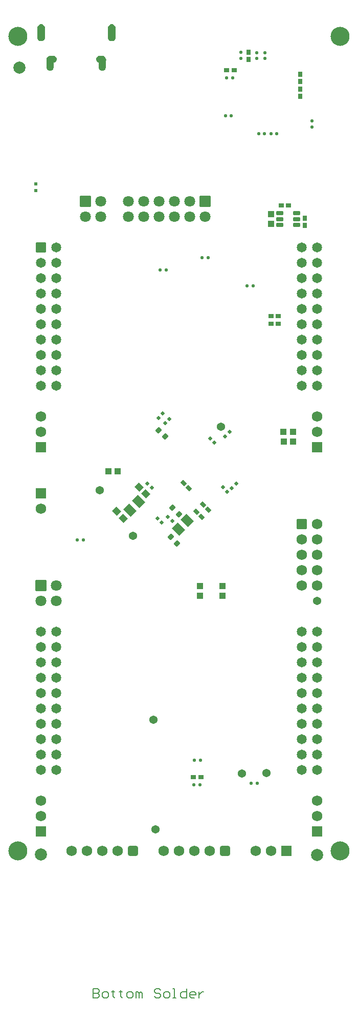
<source format=gbs>
G04*
G04 #@! TF.GenerationSoftware,Altium Limited,Altium Designer,20.1.14 (287)*
G04*
G04 Layer_Color=16711935*
%FSAX25Y25*%
%MOIN*%
G70*
G04*
G04 #@! TF.SameCoordinates,A9E8F4E5-7F2A-47C3-BED5-AE4669AA653D*
G04*
G04*
G04 #@! TF.FilePolarity,Negative*
G04*
G01*
G75*
%ADD19C,0.00800*%
G04:AMPARAMS|DCode=33|XSize=19.68mil|YSize=19.68mil|CornerRadius=1.97mil|HoleSize=0mil|Usage=FLASHONLY|Rotation=180.000|XOffset=0mil|YOffset=0mil|HoleType=Round|Shape=RoundedRectangle|*
%AMROUNDEDRECTD33*
21,1,0.01968,0.01575,0,0,180.0*
21,1,0.01575,0.01968,0,0,180.0*
1,1,0.00394,-0.00787,0.00787*
1,1,0.00394,0.00787,0.00787*
1,1,0.00394,0.00787,-0.00787*
1,1,0.00394,-0.00787,-0.00787*
%
%ADD33ROUNDEDRECTD33*%
G04:AMPARAMS|DCode=38|XSize=19.68mil|YSize=19.68mil|CornerRadius=1.97mil|HoleSize=0mil|Usage=FLASHONLY|Rotation=90.000|XOffset=0mil|YOffset=0mil|HoleType=Round|Shape=RoundedRectangle|*
%AMROUNDEDRECTD38*
21,1,0.01968,0.01575,0,0,90.0*
21,1,0.01575,0.01968,0,0,90.0*
1,1,0.00394,0.00787,0.00787*
1,1,0.00394,0.00787,-0.00787*
1,1,0.00394,-0.00787,-0.00787*
1,1,0.00394,-0.00787,0.00787*
%
%ADD38ROUNDEDRECTD38*%
%ADD79R,0.02762X0.03550*%
%ADD80R,0.03550X0.02762*%
G04:AMPARAMS|DCode=81|XSize=27.62mil|YSize=35.5mil|CornerRadius=0mil|HoleSize=0mil|Usage=FLASHONLY|Rotation=225.000|XOffset=0mil|YOffset=0mil|HoleType=Round|Shape=Rectangle|*
%AMROTATEDRECTD81*
4,1,4,-0.00278,0.02232,0.02232,-0.00278,0.00278,-0.02232,-0.02232,0.00278,-0.00278,0.02232,0.0*
%
%ADD81ROTATEDRECTD81*%

%ADD83C,0.07874*%
%ADD89R,0.04337X0.04140*%
%ADD91R,0.04140X0.04337*%
%ADD118C,0.05150*%
%ADD119C,0.05006*%
G04:AMPARAMS|DCode=123|XSize=65.02mil|YSize=65.02mil|CornerRadius=3.83mil|HoleSize=0mil|Usage=FLASHONLY|Rotation=270.000|XOffset=0mil|YOffset=0mil|HoleType=Round|Shape=RoundedRectangle|*
%AMROUNDEDRECTD123*
21,1,0.06502,0.05736,0,0,270.0*
21,1,0.05736,0.06502,0,0,270.0*
1,1,0.00766,-0.02868,-0.02868*
1,1,0.00766,-0.02868,0.02868*
1,1,0.00766,0.02868,0.02868*
1,1,0.00766,0.02868,-0.02868*
%
%ADD123ROUNDEDRECTD123*%
%ADD124C,0.06502*%
%ADD125C,0.06896*%
G04:AMPARAMS|DCode=126|XSize=68.96mil|YSize=68.96mil|CornerRadius=10.12mil|HoleSize=0mil|Usage=FLASHONLY|Rotation=270.000|XOffset=0mil|YOffset=0mil|HoleType=Round|Shape=RoundedRectangle|*
%AMROUNDEDRECTD126*
21,1,0.06896,0.04872,0,0,270.0*
21,1,0.04872,0.06896,0,0,270.0*
1,1,0.02024,-0.02436,-0.02436*
1,1,0.02024,-0.02436,0.02436*
1,1,0.02024,0.02436,0.02436*
1,1,0.02024,0.02436,-0.02436*
%
%ADD126ROUNDEDRECTD126*%
G04:AMPARAMS|DCode=127|XSize=68.96mil|YSize=68.96mil|CornerRadius=18.24mil|HoleSize=0mil|Usage=FLASHONLY|Rotation=180.000|XOffset=0mil|YOffset=0mil|HoleType=Round|Shape=RoundedRectangle|*
%AMROUNDEDRECTD127*
21,1,0.06896,0.03248,0,0,180.0*
21,1,0.03248,0.06896,0,0,180.0*
1,1,0.03648,-0.01624,0.01624*
1,1,0.03648,0.01624,0.01624*
1,1,0.03648,0.01624,-0.01624*
1,1,0.03648,-0.01624,-0.01624*
%
%ADD127ROUNDEDRECTD127*%
%ADD128R,0.06896X0.06896*%
%ADD129R,0.06896X0.06896*%
G04:AMPARAMS|DCode=130|XSize=70.93mil|YSize=70.93mil|CornerRadius=4.01mil|HoleSize=0mil|Usage=FLASHONLY|Rotation=180.000|XOffset=0mil|YOffset=0mil|HoleType=Round|Shape=RoundedRectangle|*
%AMROUNDEDRECTD130*
21,1,0.07093,0.06291,0,0,180.0*
21,1,0.06291,0.07093,0,0,180.0*
1,1,0.00802,-0.03146,0.03146*
1,1,0.00802,0.03146,0.03146*
1,1,0.00802,0.03146,-0.03146*
1,1,0.00802,-0.03146,-0.03146*
%
%ADD130ROUNDEDRECTD130*%
%ADD131C,0.07093*%
G04:AMPARAMS|DCode=132|XSize=70.93mil|YSize=70.93mil|CornerRadius=4.01mil|HoleSize=0mil|Usage=FLASHONLY|Rotation=270.000|XOffset=0mil|YOffset=0mil|HoleType=Round|Shape=RoundedRectangle|*
%AMROUNDEDRECTD132*
21,1,0.07093,0.06291,0,0,270.0*
21,1,0.06291,0.07093,0,0,270.0*
1,1,0.00802,-0.03146,-0.03146*
1,1,0.00802,-0.03146,0.03146*
1,1,0.00802,0.03146,0.03146*
1,1,0.00802,0.03146,-0.03146*
%
%ADD132ROUNDEDRECTD132*%
%ADD133C,0.12400*%
%ADD134C,0.05400*%
G04:AMPARAMS|DCode=135|XSize=53.21mil|YSize=31.56mil|CornerRadius=15.78mil|HoleSize=0mil|Usage=FLASHONLY|Rotation=180.000|XOffset=0mil|YOffset=0mil|HoleType=Round|Shape=RoundedRectangle|*
%AMROUNDEDRECTD135*
21,1,0.05321,0.00000,0,0,180.0*
21,1,0.02165,0.03156,0,0,180.0*
1,1,0.03156,-0.01083,0.00000*
1,1,0.03156,0.01083,0.00000*
1,1,0.03156,0.01083,0.00000*
1,1,0.03156,-0.01083,0.00000*
%
%ADD135ROUNDEDRECTD135*%
G04:AMPARAMS|DCode=136|XSize=27.62mil|YSize=78.8mil|CornerRadius=13.81mil|HoleSize=0mil|Usage=FLASHONLY|Rotation=180.000|XOffset=0mil|YOffset=0mil|HoleType=Round|Shape=RoundedRectangle|*
%AMROUNDEDRECTD136*
21,1,0.02762,0.05118,0,0,180.0*
21,1,0.00000,0.07880,0,0,180.0*
1,1,0.02762,0.00000,0.02559*
1,1,0.02762,0.00000,0.02559*
1,1,0.02762,0.00000,-0.02559*
1,1,0.02762,0.00000,-0.02559*
%
%ADD136ROUNDEDRECTD136*%
G04:AMPARAMS|DCode=137|XSize=31.56mil|YSize=63.06mil|CornerRadius=15.78mil|HoleSize=0mil|Usage=FLASHONLY|Rotation=180.000|XOffset=0mil|YOffset=0mil|HoleType=Round|Shape=RoundedRectangle|*
%AMROUNDEDRECTD137*
21,1,0.03156,0.03150,0,0,180.0*
21,1,0.00000,0.06306,0,0,180.0*
1,1,0.03156,0.00000,0.01575*
1,1,0.03156,0.00000,0.01575*
1,1,0.03156,0.00000,-0.01575*
1,1,0.03156,0.00000,-0.01575*
%
%ADD137ROUNDEDRECTD137*%
%ADD138C,0.02368*%
G04:AMPARAMS|DCode=168|XSize=31.5mil|YSize=35.43mil|CornerRadius=2.05mil|HoleSize=0mil|Usage=FLASHONLY|Rotation=315.000|XOffset=0mil|YOffset=0mil|HoleType=Round|Shape=RoundedRectangle|*
%AMROUNDEDRECTD168*
21,1,0.03150,0.03134,0,0,315.0*
21,1,0.02740,0.03543,0,0,315.0*
1,1,0.00409,-0.00139,-0.02077*
1,1,0.00409,-0.02077,-0.00139*
1,1,0.00409,0.00139,0.02077*
1,1,0.00409,0.02077,0.00139*
%
%ADD168ROUNDEDRECTD168*%
G04:AMPARAMS|DCode=169|XSize=19.68mil|YSize=19.68mil|CornerRadius=1.97mil|HoleSize=0mil|Usage=FLASHONLY|Rotation=315.000|XOffset=0mil|YOffset=0mil|HoleType=Round|Shape=RoundedRectangle|*
%AMROUNDEDRECTD169*
21,1,0.01968,0.01575,0,0,315.0*
21,1,0.01575,0.01968,0,0,315.0*
1,1,0.00394,0.00000,-0.01114*
1,1,0.00394,-0.01114,0.00000*
1,1,0.00394,0.00000,0.01114*
1,1,0.00394,0.01114,0.00000*
%
%ADD169ROUNDEDRECTD169*%
G04:AMPARAMS|DCode=170|XSize=19.68mil|YSize=19.68mil|CornerRadius=1.97mil|HoleSize=0mil|Usage=FLASHONLY|Rotation=45.000|XOffset=0mil|YOffset=0mil|HoleType=Round|Shape=RoundedRectangle|*
%AMROUNDEDRECTD170*
21,1,0.01968,0.01575,0,0,45.0*
21,1,0.01575,0.01968,0,0,45.0*
1,1,0.00394,0.01114,0.00000*
1,1,0.00394,0.00000,-0.01114*
1,1,0.00394,-0.01114,0.00000*
1,1,0.00394,0.00000,0.01114*
%
%ADD170ROUNDEDRECTD170*%
G04:AMPARAMS|DCode=175|XSize=41.4mil|YSize=43.37mil|CornerRadius=0mil|HoleSize=0mil|Usage=FLASHONLY|Rotation=45.000|XOffset=0mil|YOffset=0mil|HoleType=Round|Shape=Rectangle|*
%AMROTATEDRECTD175*
4,1,4,0.00070,-0.02997,-0.02997,0.00070,-0.00070,0.02997,0.02997,-0.00070,0.00070,-0.02997,0.0*
%
%ADD175ROTATEDRECTD175*%

G04:AMPARAMS|DCode=176|XSize=54mil|YSize=67mil|CornerRadius=0mil|HoleSize=0mil|Usage=FLASHONLY|Rotation=45.000|XOffset=0mil|YOffset=0mil|HoleType=Round|Shape=Rectangle|*
%AMROTATEDRECTD176*
4,1,4,0.00460,-0.04278,-0.04278,0.00460,-0.00460,0.04278,0.04278,-0.00460,0.00460,-0.04278,0.0*
%
%ADD176ROTATEDRECTD176*%

G04:AMPARAMS|DCode=177|XSize=27.62mil|YSize=43.37mil|CornerRadius=4.01mil|HoleSize=0mil|Usage=FLASHONLY|Rotation=90.000|XOffset=0mil|YOffset=0mil|HoleType=Round|Shape=RoundedRectangle|*
%AMROUNDEDRECTD177*
21,1,0.02762,0.03535,0,0,90.0*
21,1,0.01961,0.04337,0,0,90.0*
1,1,0.00802,0.01768,0.00980*
1,1,0.00802,0.01768,-0.00980*
1,1,0.00802,-0.01768,-0.00980*
1,1,0.00802,-0.01768,0.00980*
%
%ADD177ROUNDEDRECTD177*%
G36*
X0103419Y0680315D02*
X0104028Y0679705D01*
X0104358Y0678910D01*
X0104358Y0678479D01*
X0104364Y0678095D01*
X0104112Y0677369D01*
X0103625Y0676774D01*
X0102964Y0676383D01*
X0102586Y0676314D01*
X0102586Y0676314D01*
Y0673558D01*
X0102586Y0673088D01*
X0102226Y0672220D01*
X0101562Y0671555D01*
X0100694Y0671195D01*
X0100224Y0671195D01*
X0099754D01*
X0098886Y0671555D01*
X0098221Y0672220D01*
X0097861Y0673088D01*
X0097861Y0673558D01*
Y0678282D01*
X0097861Y0678752D01*
X0098221Y0679620D01*
X0098886Y0680285D01*
X0099754Y0680644D01*
X0100224Y0680644D01*
X0102192D01*
X0102623Y0680644D01*
X0103419Y0680315D01*
D02*
G37*
G36*
X0094793Y0701262D02*
X0095293Y0701087D01*
X0095747Y0700814D01*
X0096135Y0700453D01*
X0096442Y0700021D01*
X0096653Y0699535D01*
X0096760Y0699016D01*
X0096759Y0698750D01*
X0096759Y0692451D01*
X0096759Y0692060D01*
X0096459Y0691336D01*
X0095906Y0690782D01*
X0095182Y0690483D01*
X0094791Y0690483D01*
Y0690483D01*
X0093609D01*
X0093218Y0690483D01*
X0092494Y0690782D01*
X0091941Y0691336D01*
X0091641Y0692060D01*
Y0692451D01*
X0091641D01*
X0091641Y0698751D01*
X0091640Y0699235D01*
X0091991Y0700138D01*
X0092648Y0700850D01*
X0093520Y0701272D01*
X0094003Y0701310D01*
X0094267Y0701330D01*
X0094793Y0701262D01*
D02*
G37*
G36*
X0135577Y0680285D02*
X0136242Y0679620D01*
X0136602Y0678752D01*
X0136601Y0678282D01*
X0136602Y0673558D01*
X0136601Y0673558D01*
X0136602Y0673088D01*
X0136242Y0672220D01*
X0135577Y0671555D01*
X0134709Y0671196D01*
X0134239Y0671195D01*
X0133770Y0671195D01*
X0132901Y0671555D01*
X0132237Y0672220D01*
X0131877Y0673088D01*
X0131877Y0673558D01*
X0131877Y0676314D01*
X0131499Y0676383D01*
X0130838Y0676774D01*
X0130351Y0677369D01*
X0130099Y0678095D01*
X0130105Y0678479D01*
X0130105Y0678910D01*
X0130435Y0679705D01*
X0131044Y0680315D01*
X0131840Y0680644D01*
X0132271Y0680644D01*
X0134239D01*
X0134709Y0680644D01*
X0135577Y0680285D01*
D02*
G37*
G36*
X0140460Y0701310D02*
X0140943Y0701272D01*
X0141815Y0700850D01*
X0142472Y0700138D01*
X0142824Y0699235D01*
X0142822Y0698751D01*
Y0692451D01*
Y0692060D01*
X0142522Y0691336D01*
X0141969Y0690782D01*
X0141245Y0690483D01*
X0140854Y0690483D01*
X0139672D01*
X0139672Y0690483D01*
X0139281Y0690483D01*
X0138557Y0690782D01*
X0138004Y0691336D01*
X0137704Y0692060D01*
X0137704Y0692451D01*
X0137704Y0698750D01*
X0137704D01*
X0137703Y0699016D01*
X0137810Y0699535D01*
X0138021Y0700021D01*
X0138328Y0700453D01*
X0138716Y0700814D01*
X0139170Y0701087D01*
X0139670Y0701262D01*
X0140196Y0701330D01*
X0140460Y0701310D01*
D02*
G37*
G54D19*
X0128000Y0073649D02*
Y0067651D01*
X0130999D01*
X0131999Y0068650D01*
Y0069650D01*
X0130999Y0070650D01*
X0128000D01*
X0130999D01*
X0131999Y0071649D01*
Y0072649D01*
X0130999Y0073649D01*
X0128000D01*
X0134998Y0067651D02*
X0136997D01*
X0137997Y0068650D01*
Y0070650D01*
X0136997Y0071649D01*
X0134998D01*
X0133998Y0070650D01*
Y0068650D01*
X0134998Y0067651D01*
X0140996Y0072649D02*
Y0071649D01*
X0139996D01*
X0141996D01*
X0140996D01*
Y0068650D01*
X0141996Y0067651D01*
X0145994Y0072649D02*
Y0071649D01*
X0144994D01*
X0146994D01*
X0145994D01*
Y0068650D01*
X0146994Y0067651D01*
X0150993D02*
X0152992D01*
X0153992Y0068650D01*
Y0070650D01*
X0152992Y0071649D01*
X0150993D01*
X0149993Y0070650D01*
Y0068650D01*
X0150993Y0067651D01*
X0155991D02*
Y0071649D01*
X0156991D01*
X0157990Y0070650D01*
Y0067651D01*
Y0070650D01*
X0158990Y0071649D01*
X0159990Y0070650D01*
Y0067651D01*
X0171986Y0072649D02*
X0170986Y0073649D01*
X0168987D01*
X0167987Y0072649D01*
Y0071649D01*
X0168987Y0070650D01*
X0170986D01*
X0171986Y0069650D01*
Y0068650D01*
X0170986Y0067651D01*
X0168987D01*
X0167987Y0068650D01*
X0174985Y0067651D02*
X0176984D01*
X0177984Y0068650D01*
Y0070650D01*
X0176984Y0071649D01*
X0174985D01*
X0173985Y0070650D01*
Y0068650D01*
X0174985Y0067651D01*
X0179983D02*
X0181983D01*
X0180983D01*
Y0073649D01*
X0179983D01*
X0188980D02*
Y0067651D01*
X0185981D01*
X0184982Y0068650D01*
Y0070650D01*
X0185981Y0071649D01*
X0188980D01*
X0193979Y0067651D02*
X0191979D01*
X0190980Y0068650D01*
Y0070650D01*
X0191979Y0071649D01*
X0193979D01*
X0194978Y0070650D01*
Y0069650D01*
X0190980D01*
X0196978Y0071649D02*
Y0067651D01*
Y0069650D01*
X0197977Y0070650D01*
X0198977Y0071649D01*
X0199977D01*
G54D33*
X0175834Y0541278D02*
D03*
X0171897D02*
D03*
X0228432Y0530947D02*
D03*
X0232368D02*
D03*
X0117834Y0365885D02*
D03*
X0121771D02*
D03*
X0203113Y0549372D02*
D03*
X0199176D02*
D03*
X0247897Y0629928D02*
D03*
X0243960D02*
D03*
X0239905D02*
D03*
X0235968D02*
D03*
X0218212Y0641711D02*
D03*
X0214275D02*
D03*
X0218969Y0666400D02*
D03*
X0215032D02*
D03*
X0198023Y0222550D02*
D03*
X0194086D02*
D03*
X0193806Y0206451D02*
D03*
X0197743D02*
D03*
X0231231Y0207433D02*
D03*
X0235169D02*
D03*
G54D38*
X0240200Y0678932D02*
D03*
Y0682868D02*
D03*
X0224279Y0679022D02*
D03*
Y0682959D02*
D03*
X0234885Y0678924D02*
D03*
Y0682861D02*
D03*
X0270653Y0634435D02*
D03*
Y0638372D02*
D03*
G54D79*
X0265948Y0570500D02*
D03*
Y0575225D02*
D03*
X0263121Y0654451D02*
D03*
Y0659176D02*
D03*
X0263204Y0668790D02*
D03*
Y0664065D02*
D03*
X0229283Y0683002D02*
D03*
Y0678278D02*
D03*
G54D80*
X0255542Y0583337D02*
D03*
X0250818D02*
D03*
X0248735Y0511282D02*
D03*
X0244011Y0511282D02*
D03*
X0219960Y0671542D02*
D03*
X0215235D02*
D03*
X0193578Y0211317D02*
D03*
X0198302D02*
D03*
X0248735Y0506282D02*
D03*
X0244011D02*
D03*
G54D81*
X0195397Y0384164D02*
D03*
X0198738Y0380823D02*
D03*
X0187257Y0402653D02*
D03*
X0190597Y0399312D02*
D03*
X0203011Y0385463D02*
D03*
X0199670Y0388804D02*
D03*
G54D83*
X0274200Y0160769D02*
D03*
X0079987Y0673088D02*
D03*
X0094200Y0161166D02*
D03*
G54D89*
X0137940Y0410400D02*
D03*
X0144239D02*
D03*
X0258599Y0429790D02*
D03*
X0252300D02*
D03*
X0252257Y0435900D02*
D03*
X0258556D02*
D03*
G54D91*
X0244121Y0577691D02*
D03*
Y0571392D02*
D03*
X0197850Y0335616D02*
D03*
Y0329317D02*
D03*
X0212322Y0329317D02*
D03*
Y0335616D02*
D03*
G54D118*
X0100500Y0678005D02*
D03*
X0133963D02*
D03*
G54D119*
X0094200Y0695900D02*
D03*
X0140263Y0695900D02*
D03*
G54D123*
X0094200Y0555900D02*
D03*
G54D124*
Y0545900D02*
D03*
Y0535900D02*
D03*
Y0525900D02*
D03*
Y0515900D02*
D03*
Y0505900D02*
D03*
Y0495900D02*
D03*
Y0485900D02*
D03*
Y0475900D02*
D03*
Y0465900D02*
D03*
X0104200Y0555900D02*
D03*
Y0545900D02*
D03*
Y0535900D02*
D03*
Y0525900D02*
D03*
Y0515900D02*
D03*
Y0505900D02*
D03*
Y0495900D02*
D03*
Y0485900D02*
D03*
Y0475900D02*
D03*
Y0465900D02*
D03*
X0264200Y0555900D02*
D03*
Y0545900D02*
D03*
Y0535900D02*
D03*
Y0525900D02*
D03*
Y0515900D02*
D03*
Y0505900D02*
D03*
Y0495900D02*
D03*
Y0485900D02*
D03*
Y0475900D02*
D03*
Y0465900D02*
D03*
X0274200Y0555900D02*
D03*
Y0545900D02*
D03*
Y0535900D02*
D03*
Y0525900D02*
D03*
Y0515900D02*
D03*
Y0505900D02*
D03*
Y0495900D02*
D03*
Y0485900D02*
D03*
Y0475900D02*
D03*
Y0465900D02*
D03*
X0094200Y0305900D02*
D03*
Y0295900D02*
D03*
Y0285900D02*
D03*
Y0275900D02*
D03*
Y0265900D02*
D03*
Y0255900D02*
D03*
Y0245900D02*
D03*
Y0235900D02*
D03*
Y0225900D02*
D03*
Y0215900D02*
D03*
X0104200Y0305900D02*
D03*
Y0295900D02*
D03*
Y0285900D02*
D03*
Y0275900D02*
D03*
Y0265900D02*
D03*
Y0255900D02*
D03*
Y0245900D02*
D03*
Y0235900D02*
D03*
Y0225900D02*
D03*
Y0215900D02*
D03*
X0274200D02*
D03*
Y0225900D02*
D03*
Y0235900D02*
D03*
Y0245900D02*
D03*
Y0255900D02*
D03*
Y0265900D02*
D03*
Y0275900D02*
D03*
Y0285900D02*
D03*
Y0295900D02*
D03*
Y0305900D02*
D03*
X0264200Y0215900D02*
D03*
Y0225900D02*
D03*
Y0235900D02*
D03*
Y0245900D02*
D03*
Y0255900D02*
D03*
Y0265900D02*
D03*
Y0275900D02*
D03*
Y0285900D02*
D03*
Y0295900D02*
D03*
Y0305900D02*
D03*
G54D125*
Y0335900D02*
D03*
Y0345900D02*
D03*
Y0355900D02*
D03*
Y0365900D02*
D03*
X0274200Y0335900D02*
D03*
Y0345900D02*
D03*
Y0355900D02*
D03*
Y0365900D02*
D03*
Y0375900D02*
D03*
X0204200Y0163400D02*
D03*
X0194200D02*
D03*
X0184200D02*
D03*
X0174200D02*
D03*
X0144200D02*
D03*
X0134200D02*
D03*
X0124200D02*
D03*
X0114200D02*
D03*
X0244200D02*
D03*
X0234200D02*
D03*
X0094200Y0385900D02*
D03*
X0274200Y0435900D02*
D03*
Y0445900D02*
D03*
X0094200Y0435900D02*
D03*
Y0445900D02*
D03*
X0274200Y0185900D02*
D03*
Y0195900D02*
D03*
X0094200Y0185900D02*
D03*
Y0195900D02*
D03*
G54D126*
X0264200Y0375900D02*
D03*
G54D127*
X0214200Y0163400D02*
D03*
X0154200D02*
D03*
G54D128*
X0254200D02*
D03*
G54D129*
X0094200Y0395900D02*
D03*
X0274200Y0425900D02*
D03*
X0094200D02*
D03*
X0274200Y0175900D02*
D03*
X0094200D02*
D03*
G54D130*
X0201200Y0585900D02*
D03*
X0123200D02*
D03*
G54D131*
X0191200D02*
D03*
X0181200D02*
D03*
X0171200D02*
D03*
X0161200D02*
D03*
X0151200D02*
D03*
X0201200Y0575900D02*
D03*
X0191200D02*
D03*
X0181200D02*
D03*
X0171200D02*
D03*
X0161200D02*
D03*
X0151200D02*
D03*
X0133200D02*
D03*
X0123200D02*
D03*
X0133200Y0585900D02*
D03*
X0104200Y0325900D02*
D03*
Y0335900D02*
D03*
X0094200Y0325900D02*
D03*
G54D132*
Y0335900D02*
D03*
G54D133*
X0079200Y0693400D02*
D03*
X0289200D02*
D03*
X0079200Y0163400D02*
D03*
X0289200D02*
D03*
G54D134*
X0211523Y0439377D02*
D03*
X0154019Y0368348D02*
D03*
X0132519Y0398132D02*
D03*
X0167548Y0248585D02*
D03*
X0168901Y0177361D02*
D03*
X0274168Y0325963D02*
D03*
X0241000Y0213900D02*
D03*
X0225083Y0213786D02*
D03*
G54D135*
X0101503Y0678676D02*
D03*
X0132960D02*
D03*
G54D136*
X0100224Y0676314D02*
D03*
X0134239D02*
D03*
G54D137*
X0094200Y0697180D02*
D03*
X0140263D02*
D03*
G54D138*
X0090700Y0597337D02*
D03*
Y0593006D02*
D03*
G54D168*
X0174995Y0433014D02*
D03*
X0170819Y0437190D02*
D03*
X0178663Y0367701D02*
D03*
X0182839Y0363525D02*
D03*
X0183976Y0382526D02*
D03*
X0179800Y0386702D02*
D03*
G54D169*
X0170097Y0379830D02*
D03*
X0172881Y0377046D02*
D03*
X0163580Y0402375D02*
D03*
X0166364Y0399591D02*
D03*
X0212755Y0399959D02*
D03*
X0215539Y0397176D02*
D03*
X0176840Y0380737D02*
D03*
X0179623Y0377953D02*
D03*
X0207080Y0429071D02*
D03*
X0204296Y0431855D02*
D03*
G54D170*
X0170773Y0445193D02*
D03*
X0173556Y0447977D02*
D03*
X0218536Y0399559D02*
D03*
X0221320Y0402343D02*
D03*
X0216992Y0435930D02*
D03*
X0214208Y0433146D02*
D03*
X0174997Y0441705D02*
D03*
X0177781Y0444489D02*
D03*
G54D175*
X0162411Y0395570D02*
D03*
X0157957Y0400025D02*
D03*
X0147758Y0379858D02*
D03*
X0143304Y0384312D02*
D03*
G54D176*
X0157776Y0390583D02*
D03*
X0152120Y0384926D02*
D03*
X0189544Y0378354D02*
D03*
X0183887Y0372698D02*
D03*
G54D177*
X0249842Y0578282D02*
D03*
Y0574542D02*
D03*
Y0570802D02*
D03*
X0260668D02*
D03*
Y0574542D02*
D03*
Y0578282D02*
D03*
M02*

</source>
